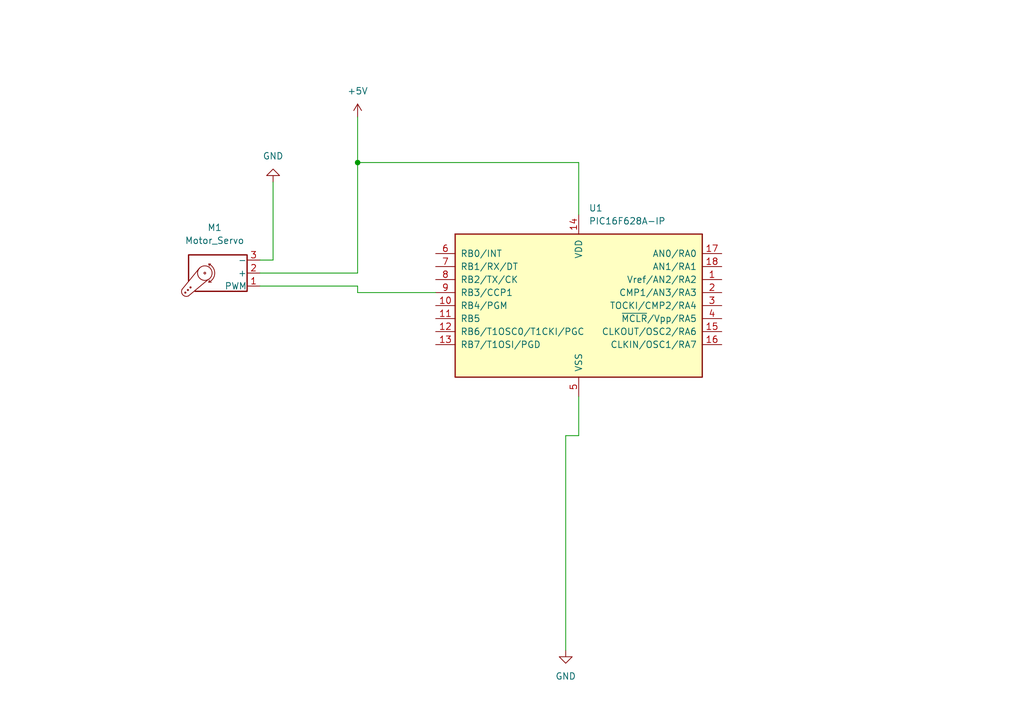
<source format=kicad_sch>
(kicad_sch (version 20230121) (generator eeschema)
  (paper "User" 200 140.005)
  (title_block (title "Basic Servo Controll with PIC16F628A") (company "Ricardo Lima Caratti"))
  (lib_symbols
    (symbol "MCU_Microchip_PIC16:PIC16F628A-IP" (pin_names (offset 1.016))
      (property "Reference" "U" (at -24.13 17.78 0))
      (property "Value" "PIC16F628A-IP" (at -24.13 15.24 0))
      (symbol "PIC16F628A-IP_0_1"
        (rectangle (start 24.13 13.97) (end -24.13 -13.97) (stroke (width 0.254)) (fill (type background)))
      )
      (symbol "PIC16F628A-IP_1_1"
        (pin bidirectional line (at 27.94 5.08 180) (length 3.81) (name "Vref/AN2/RA2") (number "1"))
        (pin bidirectional line (at -27.94 0 0) (length 3.81) (name "RB4/PGM") (number "10"))
        (pin bidirectional line (at -27.94 -2.54 0) (length 3.81) (name "RB5") (number "11"))
        (pin bidirectional line (at -27.94 -5.08 0) (length 3.81) (name "RB6/T1OSC0/T1CKI/PGC") (number "12"))
        (pin bidirectional line (at -27.94 -7.62 0) (length 3.81) (name "RB7/T1OSI/PGD") (number "13"))
        (pin power_in line (at 0 17.78 270) (length 3.81) (name "VDD") (number "14"))
        (pin bidirectional line (at 27.94 -5.08 180) (length 3.81) (name "CLKOUT/OSC2/RA6") (number "15"))
        (pin bidirectional line (at 27.94 -7.62 180) (length 3.81) (name "CLKIN/OSC1/RA7") (number "16"))
        (pin bidirectional line (at 27.94 10.16 180) (length 3.81) (name "AN0/RA0") (number "17"))
        (pin bidirectional line (at 27.94 7.62 180) (length 3.81) (name "AN1/RA1") (number "18"))
        (pin bidirectional line (at 27.94 2.54 180) (length 3.81) (name "CMP1/AN3/RA3") (number "2"))
        (pin bidirectional line (at 27.94 0 180) (length 3.81) (name "TOCKI/CMP2/RA4") (number "3"))
        (pin input line (at 27.94 -2.54 180) (length 3.81) (name "~{MCLR}/Vpp/RA5") (number "4"))
        (pin power_in line (at 0 -17.78 90) (length 3.81) (name "VSS") (number "5"))
        (pin bidirectional line (at -27.94 10.16 0) (length 3.81) (name "RB0/INT") (number "6"))
        (pin bidirectional line (at -27.94 7.62 0) (length 3.81) (name "RB1/RX/DT") (number "7"))
        (pin bidirectional line (at -27.94 5.08 0) (length 3.81) (name "RB2/TX/CK") (number "8"))
        (pin bidirectional line (at -27.94 2.54 0) (length 3.81) (name "RB3/CCP1") (number "9"))
      )
    )
    (symbol "Motor:Motor_Servo" (pin_names (offset 0.0254))
      (property "Reference" "M" (at -5.08 4.445 0))
      (property "Value" "Motor_Servo" (at -5.08 -4.064 0))
      (symbol "Motor_Servo_0_1"
        (polyline (pts (xy 2.413 -1.778) (xy 2.032 -1.778)))
        (polyline (pts (xy 2.413 -1.778) (xy 2.286 -1.397)))
        (polyline (pts (xy 2.413 1.778) (xy 1.905 1.778)))
        (polyline (pts (xy 2.413 1.778) (xy 2.286 1.397)))
        (polyline (pts (xy 6.35 4.445) (xy 2.54 1.27)))
        (polyline (pts (xy 7.62 3.175) (xy 4.191 -1.016)))
        (polyline (pts (xy 5.08 3.556) (xy -5.08 3.556) (xy -5.08 -3.556) (xy 6.35 -3.556) (xy 6.35 1.524)) (stroke (width 0.254)))
        (arc (start 2.413 1.778) (mid 1.2406 0) (end 2.413 -1.778))
        (circle (center 3.175 0) (radius 0.1778))
        (circle (center 3.175 0) (radius 1.4224))
        (circle (center 5.969 2.794) (radius 0.127))
        (circle (center 6.477 3.302) (radius 0.127))
        (circle (center 6.985 3.81) (radius 0.127))
        (arc (start 7.62 3.175) (mid 7.4485 4.2735) (end 6.35 4.445))
      )
      (symbol "Motor_Servo_1_1"
        (pin passive line (at -7.62 2.54 0) (length 2.54) (name "PWM") (number "1"))
        (pin passive line (at -7.62 0 0) (length 2.54) (name "+") (number "2"))
        (pin passive line (at -7.62 -2.54 0) (length 2.54) (name "-") (number "3"))
      )
    )
    (symbol "power:+5V" (power) (pin_names (offset 0))
      (property "Value" "+5V" (at 0 3.556 0))
      (symbol "+5V_0_1"
        (polyline (pts (xy -0.762 1.27) (xy 0 2.54)))
        (polyline (pts (xy 0 0) (xy 0 2.54)))
        (polyline (pts (xy 0 2.54) (xy 0.762 1.27)))
      )
      (symbol "+5V_1_1"
        (pin power_in line (at 0 0 90) (length 0) hide (name "+5V") (number "1"))
      )
    )
    (symbol "power:GND" (power) (pin_names (offset 0))
      (property "Value" "GND" (at 0 -3.81 0))
      (symbol "GND_0_1"
        (polyline (pts (xy 0 0) (xy 0 -1.27) (xy 1.27 -1.27) (xy 0 -2.54) (xy -1.27 -1.27) (xy 0 -1.27)))
      )
      (symbol "GND_1_1"
        (pin power_in line (at 0 0 270) (length 0) hide (name "GND") (number "1"))
      )
    )
  )
  (junction (at 69.85 31.75))
  (wire (pts (xy 50.8 53.34) (xy 69.85 53.34)))
  (wire (pts (xy 113.03 85.09) (xy 110.49 85.09)))
  (wire (pts (xy 113.03 77.47) (xy 113.03 85.09)))
  (wire (pts (xy 69.85 22.86) (xy 69.85 31.75)))
  (wire (pts (xy 69.85 55.88) (xy 69.85 57.15)))
  (wire (pts (xy 110.49 85.09) (xy 110.49 127)))
  (wire (pts (xy 50.8 55.88) (xy 69.85 55.88)))
  (wire (pts (xy 113.03 41.91) (xy 113.03 31.75)))
  (wire (pts (xy 69.85 57.15) (xy 85.09 57.15)))
  (wire (pts (xy 50.8 50.8) (xy 53.34 50.8)))
  (wire (pts (xy 113.03 31.75) (xy 69.85 31.75)))
  (wire (pts (xy 69.85 31.75) (xy 69.85 53.34)))
  (wire (pts (xy 53.34 50.8) (xy 53.34 35.56)))
  (symbol (lib_id "power:GND") (at 110.49 127 0) (unit 1)
    (property "Reference" "#PWR03" (effects hide))
    (property "Value" "GND" (at 110.49 132.08 0))
  )
  (symbol (lib_id "Motor:Motor_Servo") (at 43.18 53.34 180) (unit 1)
    (property "Reference" "M1" (at 41.9211 44.45 0))
    (property "Value" "Motor_Servo" (at 41.9211 46.99 0))
    (property "Datasheet" "http://forums.parallax.com/uploads/attachments/46831/74481.png" (effects hide))
  )
  (symbol (lib_id "power:GND") (at 53.34 35.56 180) (unit 1)
    (property "Reference" "#PWR02" (effects hide))
    (property "Value" "GND" (at 53.34 30.48 0))
  )
  (symbol (lib_id "MCU_Microchip_PIC16:PIC16F628A-IP") (at 113.03 59.69 0) (unit 1)
    (property "Reference" "U1" (at 114.9859 40.64 0) (effects (justify left)))
    (property "Value" "PIC16F628A-IP" (at 114.9859 43.18 0) (effects (justify left)))
    (property "Datasheet" "http://ww1.microchip.com/downloads/en/DeviceDoc/40300c.pdf" (effects hide))
  )
  (symbol (lib_id "power:+5V") (at 69.85 22.86 0) (unit 1)
    (property "Reference" "#PWR01" (effects hide))
    (property "Value" "+5V" (at 69.85 17.78 0))
  )
)
</source>
